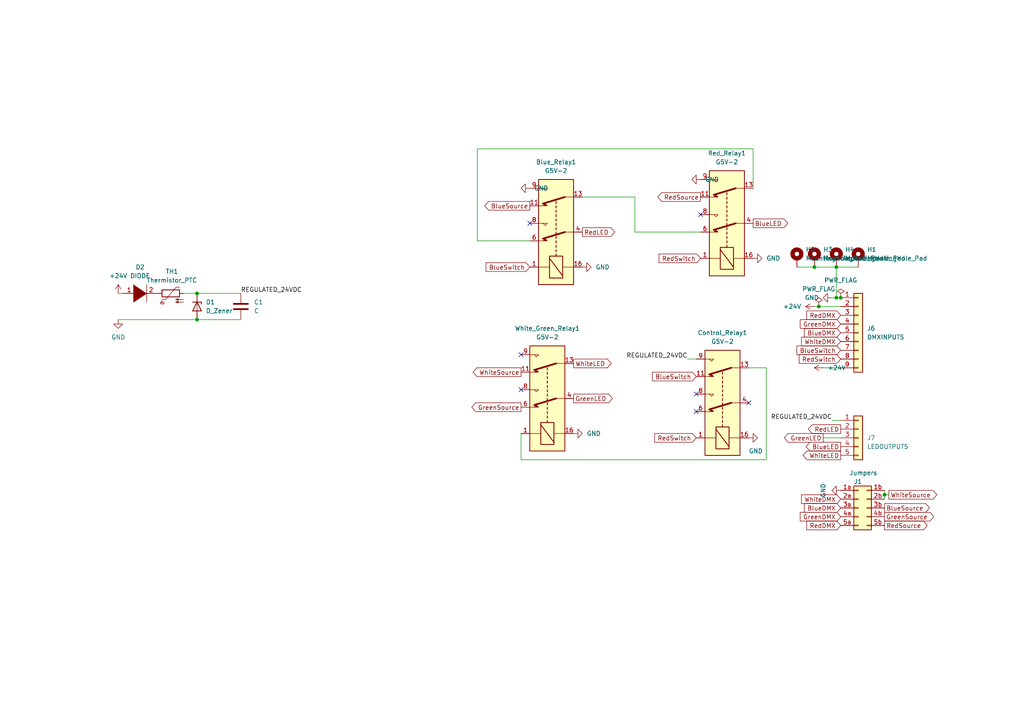
<source format=kicad_sch>
(kicad_sch (version 20230121) (generator eeschema)
  (paper "A4")
  (lib_symbols
    (symbol "Connector_Generic:Conn_01x05" (pin_names (offset 1.016) hide)
      (property "Reference" "J" (at 0 7.62 0))
      (property "Value" "Conn_01x05" (at 0 -7.62 0))
      (symbol "Conn_01x05_1_1"
        (rectangle (start -1.27 -4.953) (end 0 -5.207) (stroke (width 0.1524)))
        (rectangle (start -1.27 -2.413) (end 0 -2.667) (stroke (width 0.1524)))
        (rectangle (start -1.27 0.127) (end 0 -0.127) (stroke (width 0.1524)))
        (rectangle (start -1.27 2.667) (end 0 2.413) (stroke (width 0.1524)))
        (rectangle (start -1.27 5.207) (end 0 4.953) (stroke (width 0.1524)))
        (rectangle (start -1.27 6.35) (end 1.27 -6.35) (stroke (width 0.254)) (fill (type background)))
        (pin passive line (at -5.08 5.08 0) (length 3.81) (name "Pin_1") (number "1"))
        (pin passive line (at -5.08 2.54 0) (length 3.81) (name "Pin_2") (number "2"))
        (pin passive line (at -5.08 0 0) (length 3.81) (name "Pin_3") (number "3"))
        (pin passive line (at -5.08 -2.54 0) (length 3.81) (name "Pin_4") (number "4"))
        (pin passive line (at -5.08 -5.08 0) (length 3.81) (name "Pin_5") (number "5"))
      )
    )
    (symbol "Connector_Generic:Conn_01x09" (pin_names (offset 1.016) hide)
      (property "Reference" "J" (at 0 12.7 0))
      (property "Value" "Conn_01x09" (at 0 -12.7 0))
      (symbol "Conn_01x09_1_1"
        (rectangle (start -1.27 -10.033) (end 0 -10.287) (stroke (width 0.1524)))
        (rectangle (start -1.27 -7.493) (end 0 -7.747) (stroke (width 0.1524)))
        (rectangle (start -1.27 -4.953) (end 0 -5.207) (stroke (width 0.1524)))
        (rectangle (start -1.27 -2.413) (end 0 -2.667) (stroke (width 0.1524)))
        (rectangle (start -1.27 0.127) (end 0 -0.127) (stroke (width 0.1524)))
        (rectangle (start -1.27 2.667) (end 0 2.413) (stroke (width 0.1524)))
        (rectangle (start -1.27 5.207) (end 0 4.953) (stroke (width 0.1524)))
        (rectangle (start -1.27 7.747) (end 0 7.493) (stroke (width 0.1524)))
        (rectangle (start -1.27 10.287) (end 0 10.033) (stroke (width 0.1524)))
        (rectangle (start -1.27 11.43) (end 1.27 -11.43) (stroke (width 0.254)) (fill (type background)))
        (pin passive line (at -5.08 10.16 0) (length 3.81) (name "Pin_1") (number "1"))
        (pin passive line (at -5.08 7.62 0) (length 3.81) (name "Pin_2") (number "2"))
        (pin passive line (at -5.08 5.08 0) (length 3.81) (name "Pin_3") (number "3"))
        (pin passive line (at -5.08 2.54 0) (length 3.81) (name "Pin_4") (number "4"))
        (pin passive line (at -5.08 0 0) (length 3.81) (name "Pin_5") (number "5"))
        (pin passive line (at -5.08 -2.54 0) (length 3.81) (name "Pin_6") (number "6"))
        (pin passive line (at -5.08 -5.08 0) (length 3.81) (name "Pin_7") (number "7"))
        (pin passive line (at -5.08 -7.62 0) (length 3.81) (name "Pin_8") (number "8"))
        (pin passive line (at -5.08 -10.16 0) (length 3.81) (name "Pin_9") (number "9"))
      )
    )
    (symbol "Connector_Generic:Conn_02x05_Row_Letter_Last" (pin_names (offset 1.016) hide)
      (property "Reference" "J" (at 1.27 7.62 0))
      (property "Value" "Conn_02x05_Row_Letter_Last" (at 1.27 -7.62 0))
      (symbol "Conn_02x05_Row_Letter_Last_1_1"
        (rectangle (start -1.27 -4.953) (end 0 -5.207) (stroke (width 0.1524)))
        (rectangle (start -1.27 -2.413) (end 0 -2.667) (stroke (width 0.1524)))
        (rectangle (start -1.27 0.127) (end 0 -0.127) (stroke (width 0.1524)))
        (rectangle (start -1.27 2.667) (end 0 2.413) (stroke (width 0.1524)))
        (rectangle (start -1.27 5.207) (end 0 4.953) (stroke (width 0.1524)))
        (rectangle (start -1.27 6.35) (end 3.81 -6.35) (stroke (width 0.254)) (fill (type background)))
        (rectangle (start 3.81 -4.953) (end 2.54 -5.207) (stroke (width 0.1524)))
        (rectangle (start 3.81 -2.413) (end 2.54 -2.667) (stroke (width 0.1524)))
        (rectangle (start 3.81 0.127) (end 2.54 -0.127) (stroke (width 0.1524)))
        (rectangle (start 3.81 2.667) (end 2.54 2.413) (stroke (width 0.1524)))
        (rectangle (start 3.81 5.207) (end 2.54 4.953) (stroke (width 0.1524)))
        (pin passive line (at -5.08 5.08 0) (length 3.81) (name "Pin_1a") (number "1a"))
        (pin passive line (at 7.62 5.08 180) (length 3.81) (name "Pin_1b") (number "1b"))
        (pin passive line (at -5.08 2.54 0) (length 3.81) (name "Pin_2a") (number "2a"))
        (pin passive line (at 7.62 2.54 180) (length 3.81) (name "Pin_2b") (number "2b"))
        (pin passive line (at -5.08 0 0) (length 3.81) (name "Pin_3a") (number "3a"))
        (pin passive line (at 7.62 0 180) (length 3.81) (name "Pin_3b") (number "3b"))
        (pin passive line (at -5.08 -2.54 0) (length 3.81) (name "Pin_4a") (number "4a"))
        (pin passive line (at 7.62 -2.54 180) (length 3.81) (name "Pin_4b") (number "4b"))
        (pin passive line (at -5.08 -5.08 0) (length 3.81) (name "Pin_5a") (number "5a"))
        (pin passive line (at 7.62 -5.08 180) (length 3.81) (name "Pin_5b") (number "5b"))
      )
    )
    (symbol "Device:C" (pin_numbers hide) (pin_names (offset 0.254))
      (property "Reference" "C" (at 0.635 2.54 0))
      (property "Value" "C" (at 0.635 -2.54 0))
      (symbol "C_0_1"
        (polyline (pts (xy -2.032 -0.762) (xy 2.032 -0.762)) (stroke (width 0.508)))
        (polyline (pts (xy -2.032 0.762) (xy 2.032 0.762)) (stroke (width 0.508)))
      )
      (symbol "C_1_1"
        (pin passive line (at 0 3.81 270) (length 2.794) (name "~") (number "1"))
        (pin passive line (at 0 -3.81 90) (length 2.794) (name "~") (number "2"))
      )
    )
    (symbol "Device:D_Zener" (pin_numbers hide) (pin_names (offset 1.016) hide)
      (property "Reference" "D" (at 0 2.54 0))
      (property "Value" "D_Zener" (at 0 -2.54 0))
      (symbol "D_Zener_0_1"
        (polyline (pts (xy 1.27 0) (xy -1.27 0)))
        (polyline (pts (xy -1.27 -1.27) (xy -1.27 1.27) (xy -0.762 1.27)) (stroke (width 0.254)))
        (polyline (pts (xy 1.27 -1.27) (xy 1.27 1.27) (xy -1.27 0) (xy 1.27 -1.27)) (stroke (width 0.254)))
      )
      (symbol "D_Zener_1_1"
        (pin passive line (at -3.81 0 0) (length 2.54) (name "K") (number "1"))
        (pin passive line (at 3.81 0 180) (length 2.54) (name "A") (number "2"))
      )
    )
    (symbol "Device:Thermistor_PTC" (pin_numbers hide) (pin_names (offset 0))
      (property "Reference" "TH" (at -4.064 0 90))
      (property "Value" "Thermistor_PTC" (at 3.048 0 90))
      (symbol "Thermistor_PTC_0_1"
        (arc (start -3.048 2.159) (mid -3.0505 2.3165) (end -3.175 2.413))
        (arc (start -3.048 2.159) (mid -2.9736 1.9794) (end -2.794 1.905))
        (arc (start -3.048 2.794) (mid -2.9736 2.6144) (end -2.794 2.54))
        (arc (start -2.794 1.905) (mid -2.6144 1.9794) (end -2.54 2.159))
        (arc (start -2.794 2.54) (mid -2.434 2.5608) (end -2.159 2.794))
        (arc (start -2.794 3.048) (mid -2.9736 2.9736) (end -3.048 2.794))
        (arc (start -2.54 2.794) (mid -2.6144 2.9736) (end -2.794 3.048))
        (rectangle (start -1.016 2.54) (end 1.016 -2.54) (stroke (width 0.254)))
        (polyline (pts (xy -2.54 2.159) (xy -2.54 2.794)))
        (polyline (pts (xy -1.778 2.54) (xy -1.778 1.524) (xy 1.778 -1.524) (xy 1.778 -2.54)))
        (polyline (pts (xy -2.54 -3.683) (xy -2.54 -1.397) (xy -2.794 -2.159) (xy -2.286 -2.159) (xy -2.54 -1.397) (xy -2.54 -1.651)) (fill (type outline)))
        (polyline (pts (xy -1.778 -3.683) (xy -1.778 -1.397) (xy -2.032 -2.159) (xy -1.524 -2.159) (xy -1.778 -1.397) (xy -1.778 -1.651)) (fill (type outline)))
      )
      (symbol "Thermistor_PTC_1_1"
        (pin passive line (at 0 3.81 270) (length 1.27) (name "~") (number "1"))
        (pin passive line (at 0 -3.81 90) (length 1.27) (name "~") (number "2"))
      )
    )
    (symbol "Mechanical:MountingHole_Pad" (pin_numbers hide) (pin_names (offset 1.016) hide)
      (property "Reference" "H" (at 0 6.35 0))
      (property "Value" "MountingHole_Pad" (at 0 4.445 0))
      (symbol "MountingHole_Pad_0_1"
        (circle (center 0 1.27) (radius 1.27) (stroke (width 1.27)))
      )
      (symbol "MountingHole_Pad_1_1"
        (pin input line (at 0 -2.54 90) (length 2.54) (name "1") (number "1"))
      )
    )
    (symbol "Relay:G5V-2"
      (property "Reference" "K" (at 16.51 3.81 0))
      (property "Value" "G5V-2" (at 16.51 1.27 0))
      (symbol "G5V-2_0_1"
        (rectangle (start -15.24 5.08) (end 15.24 -5.08) (stroke (width 0.254)) (fill (type background)))
        (rectangle (start -13.335 1.905) (end -6.985 -1.905) (stroke (width 0.254)))
        (polyline (pts (xy -12.7 -1.905) (xy -7.62 1.905)) (stroke (width 0.254)))
        (polyline (pts (xy -10.16 -5.08) (xy -10.16 -1.905)))
        (polyline (pts (xy -10.16 5.08) (xy -10.16 1.905)))
        (polyline (pts (xy -6.985 0) (xy -6.35 0)) (stroke (width 0.254)))
        (polyline (pts (xy -5.715 0) (xy -5.08 0)) (stroke (width 0.254)))
        (polyline (pts (xy -4.445 0) (xy -3.81 0)) (stroke (width 0.254)))
        (polyline (pts (xy -3.175 0) (xy -2.54 0)) (stroke (width 0.254)))
        (polyline (pts (xy -1.905 0) (xy -1.27 0)) (stroke (width 0.254)))
        (polyline (pts (xy -0.635 0) (xy 0 0)) (stroke (width 0.254)))
        (polyline (pts (xy 0 -2.54) (xy -1.905 3.81)) (stroke (width 0.508)))
        (polyline (pts (xy 0 -2.54) (xy 0 -5.08)))
        (polyline (pts (xy 0.635 0) (xy 1.27 0)) (stroke (width 0.254)))
        (polyline (pts (xy 1.905 0) (xy 2.54 0)) (stroke (width 0.254)))
        (polyline (pts (xy 3.175 0) (xy 3.81 0)) (stroke (width 0.254)))
        (polyline (pts (xy 4.445 0) (xy 5.08 0)) (stroke (width 0.254)))
        (polyline (pts (xy 5.715 0) (xy 6.35 0)) (stroke (width 0.254)))
        (polyline (pts (xy 6.985 0) (xy 7.62 0)) (stroke (width 0.254)))
        (polyline (pts (xy 8.255 0) (xy 8.89 0)) (stroke (width 0.254)))
        (polyline (pts (xy 10.16 -2.54) (xy 8.255 3.81)) (stroke (width 0.508)))
        (polyline (pts (xy 10.16 -2.54) (xy 10.16 -5.08)))
        (polyline (pts (xy -2.54 5.08) (xy -2.54 2.54) (xy -1.905 3.175) (xy -2.54 3.81)) (fill (type outline)))
        (polyline (pts (xy 2.54 5.08) (xy 2.54 2.54) (xy 1.905 3.175) (xy 2.54 3.81)))
        (polyline (pts (xy 7.62 5.08) (xy 7.62 2.54) (xy 8.255 3.175) (xy 7.62 3.81)) (fill (type outline)))
        (polyline (pts (xy 12.7 5.08) (xy 12.7 2.54) (xy 12.065 3.175) (xy 12.7 3.81)))
      )
      (symbol "G5V-2_1_1"
        (pin passive line (at -10.16 7.62 270) (length 2.54) (name "~") (number "1"))
        (pin passive line (at 7.62 7.62 270) (length 2.54) (name "~") (number "11"))
        (pin passive line (at 10.16 -7.62 90) (length 2.54) (name "~") (number "13"))
        (pin passive line (at -10.16 -7.62 90) (length 2.54) (name "~") (number "16"))
        (pin passive line (at 0 -7.62 90) (length 2.54) (name "~") (number "4"))
        (pin passive line (at -2.54 7.62 270) (length 2.54) (name "~") (number "6"))
        (pin passive line (at 2.54 7.62 270) (length 2.54) (name "~") (number "8"))
        (pin passive line (at 12.7 7.62 270) (length 2.54) (name "~") (number "9"))
      )
    )
    (symbol "power:+24V" (power) (pin_names (offset 0))
      (property "Value" "+24V" (at 0 3.556 0))
      (symbol "+24V_0_1"
        (polyline (pts (xy -0.762 1.27) (xy 0 2.54)))
        (polyline (pts (xy 0 0) (xy 0 2.54)))
        (polyline (pts (xy 0 2.54) (xy 0.762 1.27)))
      )
      (symbol "+24V_1_1"
        (pin power_in line (at 0 0 90) (length 0) hide (name "+24V") (number "1"))
      )
    )
    (symbol "power:GND" (power) (pin_names (offset 0))
      (property "Value" "GND" (at 0 -3.81 0))
      (symbol "GND_0_1"
        (polyline (pts (xy 0 0) (xy 0 -1.27) (xy 1.27 -1.27) (xy 0 -2.54) (xy -1.27 -1.27) (xy 0 -1.27)))
      )
      (symbol "GND_1_1"
        (pin power_in line (at 0 0 270) (length 0) hide (name "GND") (number "1"))
      )
    )
    (symbol "power:PWR_FLAG" (power) (pin_numbers hide) (pin_names (offset 0) hide)
      (property "Value" "PWR_FLAG" (at 0 3.81 0))
      (symbol "PWR_FLAG_0_0"
        (pin power_out line (at 0 0 90) (length 0) (name "pwr") (number "1"))
      )
      (symbol "PWR_FLAG_0_1"
        (polyline (pts (xy 0 0) (xy 0 1.27) (xy -1.016 1.905) (xy 0 2.54) (xy 1.016 1.905) (xy 0 1.27)))
      )
    )
    (symbol "pspice:DIODE" (pin_names (offset 1.016) hide)
      (property "Reference" "D" (at 0 3.81 0))
      (property "Value" "DIODE" (at 0 -4.445 0))
      (symbol "DIODE_0_1"
        (polyline (pts (xy 1.905 2.54) (xy 1.905 -2.54)))
        (polyline (pts (xy -1.905 2.54) (xy -1.905 -2.54) (xy 1.905 0)) (fill (type outline)))
      )
      (symbol "DIODE_1_1"
        (pin input line (at -5.08 0 0) (length 3.81) (name "K") (number "1"))
        (pin input line (at 5.08 0 180) (length 3.81) (name "A") (number "2"))
      )
    )
  )
  (junction (at 237.49 88.9))
  (junction (at 243.84 86.36))
  (junction (at 256.54 143.51))
  (junction (at 242.57 77.47))
  (junction (at 242.57 86.36))
  (junction (at 57.15 92.71))
  (junction (at 57.15 85.09))
  (junction (at 236.22 77.47))
  (no_connect (at 203.2 62.23))
  (no_connect (at 153.67 64.77))
  (no_connect (at 151.13 102.87))
  (no_connect (at 151.13 113.03))
  (no_connect (at 217.17 116.84))
  (no_connect (at 201.93 119.38))
  (no_connect (at 201.93 114.3))
  (wire (pts (xy 57.15 85.09) (xy 69.85 85.09)))
  (wire (pts (xy 199.39 104.14) (xy 201.93 104.14)))
  (wire (pts (xy 241.3 86.36) (xy 242.57 86.36)))
  (wire (pts (xy 242.57 77.47) (xy 248.92 77.47)))
  (wire (pts (xy 168.91 57.15) (xy 184.15 57.15)))
  (wire (pts (xy 256.54 143.51) (xy 256.54 142.24)))
  (wire (pts (xy 236.22 88.9) (xy 237.49 88.9)))
  (wire (pts (xy 242.57 77.47) (xy 242.57 86.36)))
  (wire (pts (xy 231.14 77.47) (xy 236.22 77.47)))
  (wire (pts (xy 138.43 69.85) (xy 153.67 69.85)))
  (wire (pts (xy 256.54 144.78) (xy 256.54 143.51)))
  (wire (pts (xy 184.15 57.15) (xy 184.15 67.31)))
  (wire (pts (xy 151.13 133.35) (xy 222.25 133.35)))
  (wire (pts (xy 34.29 85.09) (xy 35.56 85.09)))
  (wire (pts (xy 218.44 54.61) (xy 218.44 43.18)))
  (wire (pts (xy 57.15 92.71) (xy 69.85 92.71)))
  (wire (pts (xy 53.34 85.09) (xy 57.15 85.09)))
  (wire (pts (xy 238.76 106.68) (xy 243.84 106.68)))
  (wire (pts (xy 218.44 43.18) (xy 138.43 43.18)))
  (wire (pts (xy 222.25 133.35) (xy 222.25 106.68)))
  (wire (pts (xy 241.3 121.92) (xy 243.84 121.92)))
  (wire (pts (xy 57.15 92.71) (xy 34.29 92.71)))
  (wire (pts (xy 257.81 143.51) (xy 256.54 143.51)))
  (wire (pts (xy 184.15 67.31) (xy 203.2 67.31)))
  (wire (pts (xy 238.76 127) (xy 243.84 127)))
  (wire (pts (xy 138.43 43.18) (xy 138.43 69.85)))
  (wire (pts (xy 242.57 86.36) (xy 243.84 86.36)))
  (wire (pts (xy 236.22 77.47) (xy 242.57 77.47)))
  (wire (pts (xy 151.13 125.73) (xy 151.13 133.35)))
  (wire (pts (xy 217.17 106.68) (xy 222.25 106.68)))
  (wire (pts (xy 237.49 88.9) (xy 243.84 88.9)))
  (label "REGULATED_24VDC" (at 199.39 104.14 180))
  (label "REGULATED_24VDC" (at 69.85 85.09 0))
  (label "REGULATED_24VDC" (at 241.3 121.92 180))
  (global_label "GreenLED" (shape output) (at 166.37 115.57 0) (property "Intersheetrefs" "${INTERSHEET_REFS}" (effects hide)))
  (global_label "WhiteLED" (shape output) (at 166.37 105.41 0) (property "Intersheetrefs" "${INTERSHEET_REFS}" (effects hide)))
  (global_label "WhiteSource" (shape output) (at 257.81 143.51 0) (property "Intersheetrefs" "${INTERSHEET_REFS}" (effects hide)))
  (global_label "GreenDMX" (shape input) (at 243.84 149.86 180) (property "Intersheetrefs" "${INTERSHEET_REFS}" (effects hide)))
  (global_label "BlueLED" (shape output) (at 243.84 129.54 180) (property "Intersheetrefs" "${INTERSHEET_REFS}" (effects hide)))
  (global_label "BlueSwitch" (shape input) (at 243.84 101.6 180) (property "Intersheetrefs" "${INTERSHEET_REFS}" (effects hide)))
  (global_label "BlueSwitch" (shape input) (at 153.67 77.47 180) (property "Intersheetrefs" "${INTERSHEET_REFS}" (effects hide)))
  (global_label "BlueSource" (shape output) (at 153.67 59.69 180) (property "Intersheetrefs" "${INTERSHEET_REFS}" (effects hide)))
  (global_label "GreenSource" (shape output) (at 256.54 149.86 0) (property "Intersheetrefs" "${INTERSHEET_REFS}" (effects hide)))
  (global_label "WhiteSource" (shape output) (at 151.13 107.95 180) (property "Intersheetrefs" "${INTERSHEET_REFS}" (effects hide)))
  (global_label "GreenLED" (shape output) (at 238.76 127 180) (property "Intersheetrefs" "${INTERSHEET_REFS}" (effects hide)))
  (global_label "RedLED" (shape output) (at 168.91 67.31 0) (property "Intersheetrefs" "${INTERSHEET_REFS}" (effects hide)))
  (global_label "WhiteDMX" (shape input) (at 243.84 144.78 180) (property "Intersheetrefs" "${INTERSHEET_REFS}" (effects hide)))
  (global_label "RedSwitch" (shape input) (at 203.2 74.93 180) (property "Intersheetrefs" "${INTERSHEET_REFS}" (effects hide)))
  (global_label "BlueSwitch" (shape input) (at 201.93 109.22 180) (property "Intersheetrefs" "${INTERSHEET_REFS}" (effects hide)))
  (global_label "GreenDMX" (shape input) (at 243.84 93.98 180) (property "Intersheetrefs" "${INTERSHEET_REFS}" (effects hide)))
  (global_label "BlueSource" (shape output) (at 256.54 147.32 0) (property "Intersheetrefs" "${INTERSHEET_REFS}" (effects hide)))
  (global_label "RedDMX" (shape input) (at 243.84 91.44 180) (property "Intersheetrefs" "${INTERSHEET_REFS}" (effects hide)))
  (global_label "RedLED" (shape output) (at 243.84 124.46 180) (property "Intersheetrefs" "${INTERSHEET_REFS}" (effects hide)))
  (global_label "GreenSource" (shape output) (at 151.13 118.11 180) (property "Intersheetrefs" "${INTERSHEET_REFS}" (effects hide)))
  (global_label "RedSource" (shape output) (at 256.54 152.4 0) (property "Intersheetrefs" "${INTERSHEET_REFS}" (effects hide)))
  (global_label "BlueDMX" (shape input) (at 243.84 147.32 180) (property "Intersheetrefs" "${INTERSHEET_REFS}" (effects hide)))
  (global_label "WhiteLED" (shape output) (at 243.84 132.08 180) (property "Intersheetrefs" "${INTERSHEET_REFS}" (effects hide)))
  (global_label "RedDMX" (shape input) (at 243.84 152.4 180) (property "Intersheetrefs" "${INTERSHEET_REFS}" (effects hide)))
  (global_label "RedSwitch" (shape input) (at 243.84 104.14 180) (property "Intersheetrefs" "${INTERSHEET_REFS}" (effects hide)))
  (global_label "RedSource" (shape output) (at 203.2 57.15 180) (property "Intersheetrefs" "${INTERSHEET_REFS}" (effects hide)))
  (global_label "BlueDMX" (shape input) (at 243.84 96.52 180) (property "Intersheetrefs" "${INTERSHEET_REFS}" (effects hide)))
  (global_label "WhiteDMX" (shape input) (at 243.84 99.06 180) (property "Intersheetrefs" "${INTERSHEET_REFS}" (effects hide)))
  (global_label "BlueLED" (shape output) (at 218.44 64.77 0) (property "Intersheetrefs" "${INTERSHEET_REFS}" (effects hide)))
  (global_label "RedSwitch" (shape input) (at 201.93 127 180) (property "Intersheetrefs" "${INTERSHEET_REFS}" (effects hide)))
  (symbol (lib_id "Mechanical:MountingHole_Pad") (at 231.14 74.93 0) (mirror y) (unit 1)
    (property "Reference" "H2" (at 233.68 72.3899 0) (effects (justify right)))
    (property "Value" "MountingHole_Pad" (at 233.68 74.9299 0) (effects (justify right)))
    (property "Footprint" "MountingHole:MountingHole_4mm_Pad" (effects hide))
  )
  (symbol (lib_id "power:GND") (at 166.37 125.73 90) (unit 1)
    (property "Reference" "#PWR0105" (effects hide))
    (property "Value" "GND" (at 170.18 125.7299 90) (effects (justify right)))
  )
  (symbol (lib_id "power:+24V") (at 236.22 88.9 90) (unit 1)
    (property "Reference" "#PWR0109" (effects hide))
    (property "Value" "+24V" (at 232.41 88.8999 90) (effects (justify left)))
  )
  (symbol (lib_id "power:GND") (at 203.2 52.07 270) (unit 1)
    (property "Reference" "#PWR0107" (effects hide))
    (property "Value" "GND" (at 204.47 52.0699 90) (effects (justify left)))
  )
  (symbol (lib_id "power:GND") (at 217.17 127 90) (unit 1)
    (property "Reference" "#PWR0103" (effects hide))
    (property "Value" "GND" (at 217.17 130.81 90) (effects (justify right)))
  )
  (symbol (lib_id "Connector_Generic:Conn_02x05_Row_Letter_Last") (at 248.92 147.32 0) (unit 1)
    (property "Reference" "J1" (at 247.65 139.7 0) (effects (justify left)))
    (property "Value" "Jumpers" (at 246.38 137.16 0) (effects (justify left)))
    (property "Footprint" "Connector_PinSocket_2.54mm:PinSocket_2x05_P2.54mm_Vertical" (effects hide))
  )
  (symbol (lib_id "Device:C") (at 69.85 88.9 0) (unit 1)
    (property "Reference" "C1" (at 73.66 87.6299 0) (effects (justify left)))
    (property "Value" "C" (at 73.66 90.1699 0) (effects (justify left)))
  )
  (symbol (lib_id "power:PWR_FLAG") (at 243.84 86.36 0) (unit 1)
    (property "Reference" "#FLG0101" (effects hide))
    (property "Value" "PWR_FLAG" (at 243.84 81.28 0))
  )
  (symbol (lib_id "power:GND") (at 243.84 142.24 270) (unit 1)
    (property "Reference" "#PWR0112" (effects hide))
    (property "Value" "GND" (at 238.76 142.24 0))
  )
  (symbol (lib_id "Device:D_Zener") (at 57.15 88.9 270) (unit 1)
    (property "Reference" "D1" (at 59.69 87.6299 90) (effects (justify left)))
    (property "Value" "D_Zener" (at 59.69 90.1699 90) (effects (justify left)))
  )
  (symbol (lib_id "Relay:G5V-2") (at 210.82 64.77 90) (unit 1)
    (property "Reference" "Red_Relay1" (at 210.82 44.45 90))
    (property "Value" "G5V-2" (at 210.82 46.99 90))
    (property "Footprint" "Relay_THT:Relay_DPDT_Omron_G5V-2" (effects hide))
    (property "Datasheet" "http://omronfs.omron.com/en_US/ecb/products/pdf/en-g5v_2.pdf" (effects hide))
  )
  (symbol (lib_id "Connector_Generic:Conn_01x05") (at 248.92 127 0) (unit 1)
    (property "Reference" "J7" (at 251.46 126.9999 0) (effects (justify left)))
    (property "Value" "LEDOUTPUTS" (at 251.46 129.5399 0) (effects (justify left)))
    (property "Footprint" "Connector_PinHeader_2.54mm:PinHeader_1x05_P2.54mm_Vertical" (effects hide))
  )
  (symbol (lib_id "Mechanical:MountingHole_Pad") (at 248.92 74.93 0) (mirror y) (unit 1)
    (property "Reference" "H1" (at 251.46 72.3899 0) (effects (justify right)))
    (property "Value" "MountingHole_Pad" (at 251.46 74.9299 0) (effects (justify right)))
    (property "Footprint" "MountingHole:MountingHole_4mm_Pad" (effects hide))
  )
  (symbol (lib_id "Device:Thermistor_PTC") (at 49.53 85.09 90) (unit 1)
    (property "Reference" "TH1" (at 49.8475 78.74 90))
    (property "Value" "Thermistor_PTC" (at 49.8475 81.28 90))
  )
  (symbol (lib_id "Relay:G5V-2") (at 209.55 116.84 90) (unit 1)
    (property "Reference" "Control_Relay1" (at 209.55 96.52 90))
    (property "Value" "G5V-2" (at 209.55 99.06 90))
    (property "Footprint" "Relay_THT:Relay_DPDT_Omron_G5V-2" (effects hide))
    (property "Datasheet" "http://omronfs.omron.com/en_US/ecb/products/pdf/en-g5v_2.pdf" (effects hide))
  )
  (symbol (lib_id "Relay:G5V-2") (at 158.75 115.57 90) (unit 1)
    (property "Reference" "White_Green_Relay1" (at 158.75 95.25 90))
    (property "Value" "G5V-2" (at 158.75 97.79 90))
    (property "Footprint" "Relay_THT:Relay_DPDT_Omron_G5V-2" (effects hide))
    (property "Datasheet" "http://omronfs.omron.com/en_US/ecb/products/pdf/en-g5v_2.pdf" (effects hide))
  )
  (symbol (lib_id "power:PWR_FLAG") (at 237.49 88.9 0) (unit 1)
    (property "Reference" "#FLG0102" (effects hide))
    (property "Value" "PWR_FLAG" (at 237.49 83.82 0))
  )
  (symbol (lib_id "Mechanical:MountingHole_Pad") (at 236.22 74.93 0) (mirror y) (unit 1)
    (property "Reference" "H3" (at 238.76 72.3899 0) (effects (justify right)))
    (property "Value" "MountingHole_Pad" (at 238.76 74.9299 0) (effects (justify right)))
    (property "Footprint" "MountingHole:MountingHole_4mm_Pad" (effects hide))
  )
  (symbol (lib_id "pspice:DIODE") (at 40.64 85.09 0) (unit 1)
    (property "Reference" "D2" (at 40.64 77.47 0))
    (property "Value" "DIODE" (at 40.64 80.01 0))
  )
  (symbol (lib_id "power:+24V") (at 238.76 106.68 90) (unit 1)
    (property "Reference" "#PWR0101" (effects hide))
    (property "Value" "+24V" (at 240.03 106.6799 90) (effects (justify right)))
  )
  (symbol (lib_id "Relay:G5V-2") (at 161.29 67.31 90) (unit 1)
    (property "Reference" "Blue_Relay1" (at 161.29 46.99 90))
    (property "Value" "G5V-2" (at 161.29 49.53 90))
    (property "Footprint" "Relay_THT:Relay_DPDT_Omron_G5V-2" (effects hide))
    (property "Datasheet" "http://omronfs.omron.com/en_US/ecb/products/pdf/en-g5v_2.pdf" (effects hide))
  )
  (symbol (lib_id "Connector_Generic:Conn_01x09") (at 248.92 96.52 0) (unit 1)
    (property "Reference" "J6" (at 251.46 95.2499 0) (effects (justify left)))
    (property "Value" "DMXINPUTS" (at 251.46 97.7899 0) (effects (justify left)))
    (property "Footprint" "Connector_PinHeader_2.54mm:PinHeader_1x09_P2.54mm_Vertical" (effects hide))
  )
  (symbol (lib_id "power:GND") (at 241.3 86.36 270) (unit 1)
    (property "Reference" "#PWR0110" (effects hide))
    (property "Value" "GND" (at 237.49 86.3599 90) (effects (justify right)))
  )
  (symbol (lib_id "power:+24V") (at 34.29 85.09 0) (unit 1)
    (property "Reference" "#PWR01" (effects hide))
    (property "Value" "+24V" (at 34.29 80.01 0))
  )
  (symbol (lib_id "power:GND") (at 218.44 74.93 90) (unit 1)
    (property "Reference" "#PWR0102" (effects hide))
    (property "Value" "GND" (at 222.25 74.9299 90) (effects (justify right)))
  )
  (symbol (lib_id "power:GND") (at 34.29 92.71 0) (unit 1)
    (property "Reference" "#PWR02" (effects hide))
    (property "Value" "GND" (at 34.29 97.79 0))
  )
  (symbol (lib_id "Mechanical:MountingHole_Pad") (at 242.57 74.93 0) (mirror y) (unit 1)
    (property "Reference" "H4" (at 245.11 72.3899 0) (effects (justify right)))
    (property "Value" "MountingHole_Pad" (at 245.11 74.9299 0) (effects (justify right)))
    (property "Footprint" "MountingHole:MountingHole_4mm_Pad" (effects hide))
  )
  (symbol (lib_id "power:GND") (at 153.67 54.61 270) (unit 1)
    (property "Reference" "#PWR0108" (effects hide))
    (property "Value" "GND" (at 154.94 54.6099 90) (effects (justify left)))
  )
  (symbol (lib_id "power:GND") (at 168.91 77.47 90) (unit 1)
    (property "Reference" "#PWR0104" (effects hide))
    (property "Value" "GND" (at 172.72 77.4699 90) (effects (justify right)))
  )
)
</source>
